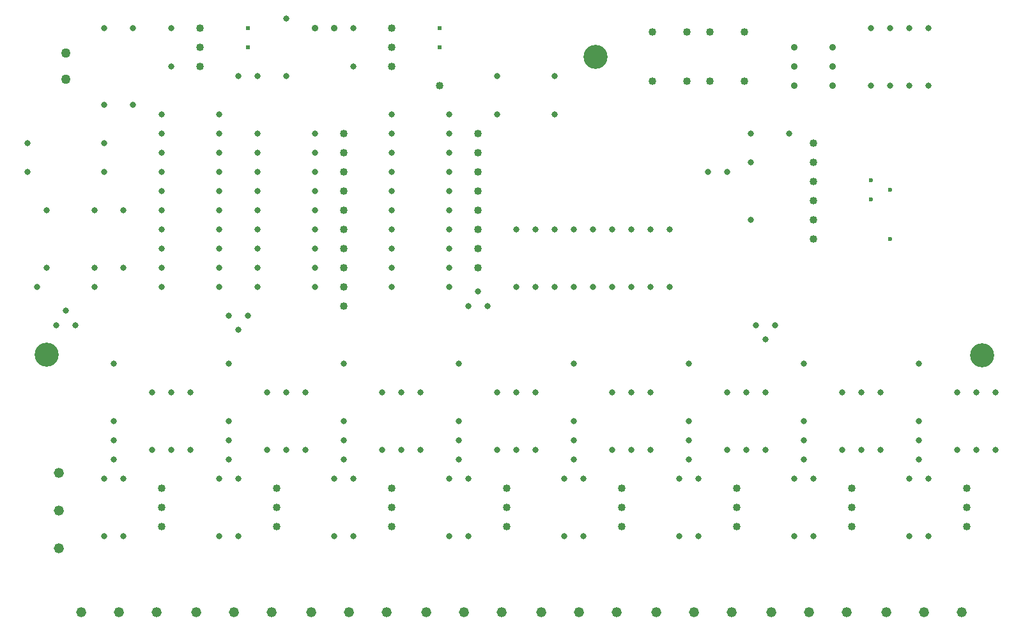
<source format=gbr>
%
M48
M72
T01C0.0236
T02C0.0240
T03C0.0320
T04C0.0360
T05C0.0400
T06C0.0500
T07C0.0520
T08C0.1260
%
T01
X45101Y25351
X46101Y24851
X45101Y24351
X46101Y22313
T02
X12601Y32313
X12601Y33313
X22601Y33313
X22601Y32313
T03
X5101Y6813
X6101Y6813
X6101Y9813
X5101Y9813
X5601Y10813
X5601Y11813
X5601Y12813
X7601Y11313
X8601Y11313
X9601Y11313
X11601Y10813
X11601Y11813
X11601Y12813
X13601Y11313
X14601Y11313
X15601Y11313
X17601Y10813
X17601Y11813
X17601Y12813
X19601Y11313
X20601Y11313
X21601Y11313
X23601Y10813
X23601Y11813
X23601Y12813
X25601Y11313
X26601Y11313
X27601Y11313
X29601Y10813
X29601Y11813
X29601Y12813
X31601Y11313
X32601Y11313
X33601Y11313
X35601Y10813
X35601Y11813
X35601Y12813
X37601Y11313
X38601Y11313
X39601Y11313
X41601Y10813
X41601Y11813
X41601Y12813
X43601Y11313
X44601Y11313
X45601Y11313
X47601Y10813
X47601Y11813
X47601Y12813
X49601Y11313
X50601Y11313
X51601Y11313
X48101Y9813
X47101Y9813
X47101Y6813
X48101Y6813
X42101Y6813
X41101Y6813
X41101Y9813
X42101Y9813
X36101Y9813
X35101Y9813
X35101Y6813
X36101Y6813
X30101Y6813
X29101Y6813
X29101Y9813
X30101Y9813
X24101Y9813
X23101Y9813
X23101Y6813
X24101Y6813
X18101Y6813
X17101Y6813
X17101Y9813
X18101Y9813
X12101Y9813
X11101Y9813
X11101Y6813
X12101Y6813
X13601Y14313
X14601Y14313
X15601Y14313
X17601Y15813
X19601Y14313
X20601Y14313
X21601Y14313
X23601Y15813
X25601Y14313
X26601Y14313
X27601Y14313
X29601Y15813
X31601Y14313
X32601Y14313
X33601Y14313
X35601Y15813
X37601Y14313
X38601Y14313
X39601Y14313
X41601Y15813
X39601Y17063
X40101Y17813
X39101Y17813
X34601Y19813
X33601Y19813
X32601Y19813
X31601Y19813
X30601Y19813
X29601Y19813
X28601Y19813
X27601Y19813
X26601Y19813
X25101Y18813
X24601Y19563
X24101Y18813
X23101Y19813
X23101Y20813
X23101Y21813
X23101Y22813
X23101Y23813
X23101Y24813
X23101Y25813
X23101Y26813
X23101Y27813
X23101Y28813
X25601Y28813
X25601Y30813
X28601Y30813
X28601Y28813
X36601Y25813
X37601Y25813
X38851Y26313
X38851Y27813
X40851Y27813
X45101Y30313
X46101Y30313
X47101Y30313
X48101Y30313
X48101Y33313
X47101Y33313
X46101Y33313
X45101Y33313
X38851Y23313
X34601Y22813
X33601Y22813
X32601Y22813
X31601Y22813
X30601Y22813
X29601Y22813
X28601Y22813
X27601Y22813
X26601Y22813
X20101Y22813
X20101Y23813
X20101Y24813
X20101Y25813
X20101Y26813
X20101Y27813
X20101Y28813
X18101Y31313
X18101Y33313
X14601Y33813
X14601Y30813
X13101Y30813
X12101Y30813
X11101Y28813
X11101Y27813
X11101Y26813
X11101Y25813
X11101Y24813
X11101Y23813
X11101Y22813
X11101Y21813
X11101Y20813
X11101Y19813
X11601Y18313
X12101Y17563
X12601Y18313
X13101Y19813
X13101Y20813
X13101Y21813
X13101Y22813
X13101Y23813
X13101Y24813
X13101Y25813
X13101Y26813
X13101Y27813
X16101Y27813
X16101Y26813
X16101Y25813
X16101Y24813
X16101Y23813
X16101Y22813
X16101Y21813
X16101Y20813
X16101Y19813
X20101Y19813
X20101Y20813
X20101Y21813
X11601Y15813
X9601Y14313
X8601Y14313
X7601Y14313
X5601Y15813
X3601Y17813
X3101Y18563
X2601Y17813
X1601Y19813
X2101Y20813
X4601Y20813
X4601Y19813
X6101Y20813
X8101Y20813
X8101Y19813
X8101Y21813
X8101Y22813
X8101Y23813
X8101Y24813
X8101Y25813
X8101Y26813
X8101Y27813
X8101Y28813
X6601Y29313
X5101Y29313
X5101Y27313
X5101Y25813
X4601Y23813
X6101Y23813
X2101Y23813
X1101Y25813
X1101Y27313
X8601Y31313
X8601Y33313
X6601Y33313
X5101Y33313
X43601Y14313
X44601Y14313
X45601Y14313
X47601Y15813
X49601Y14313
X50601Y14313
X51601Y14313
T04
X16101Y33313
X17101Y33313
X41101Y31313
X41101Y30313
X43101Y30313
X43101Y31313
X43101Y32313
X41101Y32313
T05
X8101Y7313
X8101Y8313
X8101Y9313
X14101Y9313
X14101Y8313
X14101Y7313
X20101Y7313
X20101Y8313
X20101Y9313
X26101Y9313
X26101Y8313
X26101Y7313
X32101Y7313
X32101Y8313
X32101Y9313
X38101Y9313
X38101Y8313
X38101Y7313
X44101Y7313
X44101Y8313
X44101Y9313
X50101Y9313
X50101Y8313
X50101Y7313
X42101Y22313
X42101Y23313
X42101Y24313
X42101Y25313
X42101Y26313
X42101Y27313
X38491Y30533
X36711Y30533
X35491Y30533
X33711Y30533
X33711Y33093
X35491Y33093
X36711Y33093
X38491Y33093
X24601Y27813
X24601Y26813
X24601Y25813
X24601Y24813
X24601Y23813
X24601Y22813
X24601Y21813
X24601Y20813
X17601Y20813
X17601Y19813
X17601Y18813
X17601Y21813
X17601Y22813
X17601Y23813
X17601Y24813
X17601Y25813
X17601Y26813
X17601Y27813
X22601Y30313
X20101Y31313
X20101Y32313
X20101Y33313
X10101Y33313
X10101Y32313
X10101Y31313
T06
X3101Y30624
X3101Y32002
T07
X3899Y2845
X5869Y2845
X7839Y2845
X9899Y2845
X11869Y2845
X13839Y2845
X15899Y2845
X17869Y2845
X19839Y2845
X21899Y2845
X23869Y2845
X25839Y2845
X27899Y2845
X29869Y2845
X31839Y2845
X33899Y2845
X35869Y2845
X37839Y2845
X39899Y2845
X41869Y2845
X43839Y2845
X45899Y2845
X47869Y2845
X49839Y2845
X2747Y10102
X2747Y8132
X2747Y6162
T08
X2101Y16282
X30731Y31813
X50888Y16243
M30

</source>
